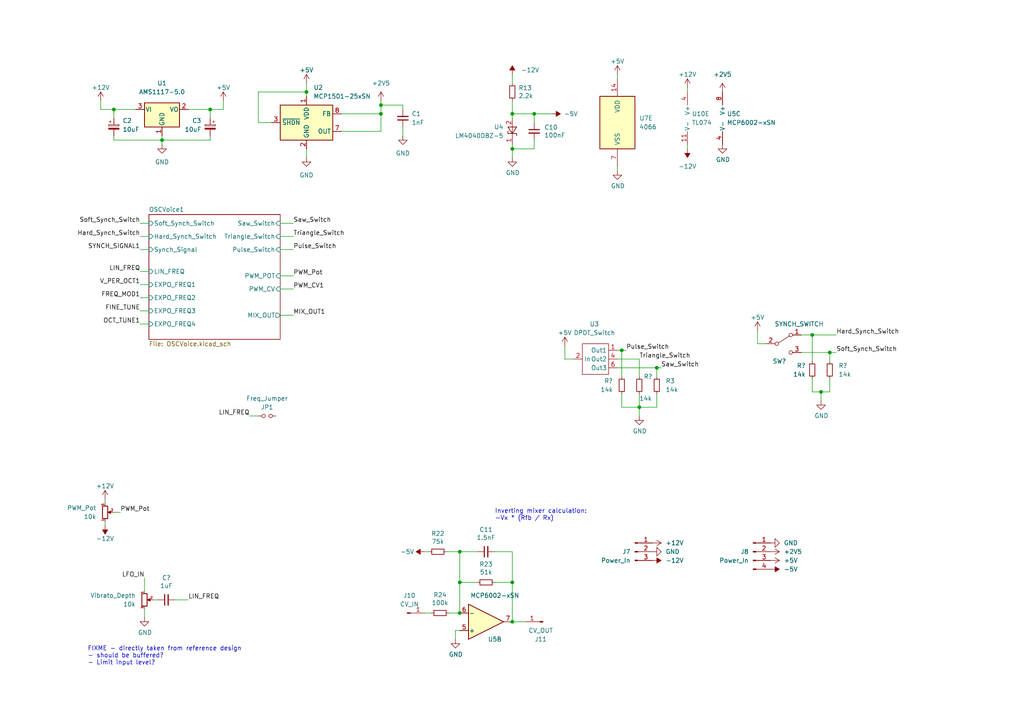
<source format=kicad_sch>
(kicad_sch (version 20211123) (generator eeschema)
  (paper "A4")
  (lib_symbols
    (symbol "4xxx:4066" (pin_names (offset 1.016))
      (property "Reference" "U" (at -7.62 8.89 0))
      (property "Value" "4066" (at -7.62 -8.89 0))
      (symbol "4066_1_0"
        (polyline (pts (xy 0 1.27) (xy 0 2.54)) (stroke (width 0.1524)))
        (polyline (pts (xy -2.54 0) (xy 2.54 2.54) (xy 2.54 -2.54) (xy -2.54 0)) (fill (type background)))
        (polyline (pts (xy -2.54 2.54) (xy 2.54 0) (xy -2.54 -2.54) (xy -2.54 2.54)) (fill (type background)))
        (pin passive line (at -7.62 0 0) (length 5.08) (name "~") (number "1"))
        (pin input line (at 0 7.62 270) (length 5.08) (name "~") (number "13"))
        (pin passive line (at 7.62 0 180) (length 5.08) (name "~") (number "2"))
      )
      (symbol "4066_2_0"
        (polyline (pts (xy 0 1.27) (xy 0 2.54)) (stroke (width 0.1524)))
        (polyline (pts (xy -2.54 0) (xy 2.54 2.54) (xy 2.54 -2.54) (xy -2.54 0)) (fill (type background)))
        (polyline (pts (xy -2.54 2.54) (xy 2.54 0) (xy -2.54 -2.54) (xy -2.54 2.54)) (fill (type background)))
        (pin passive line (at 7.62 0 180) (length 5.08) (name "~") (number "3"))
        (pin passive line (at -7.62 0 0) (length 5.08) (name "~") (number "4"))
        (pin input line (at 0 7.62 270) (length 5.08) (name "~") (number "5"))
      )
      (symbol "4066_3_0"
        (polyline (pts (xy 0 1.27) (xy 0 2.54)) (stroke (width 0.1524)))
        (polyline (pts (xy -2.54 0) (xy 2.54 2.54) (xy 2.54 -2.54) (xy -2.54 0)) (fill (type background)))
        (polyline (pts (xy -2.54 2.54) (xy 2.54 0) (xy -2.54 -2.54) (xy -2.54 2.54)) (fill (type background)))
        (pin input line (at 0 7.62 270) (length 5.08) (name "~") (number "6"))
        (pin passive line (at -7.62 0 0) (length 5.08) (name "~") (number "8"))
        (pin passive line (at 7.62 0 180) (length 5.08) (name "~") (number "9"))
      )
      (symbol "4066_4_0"
        (polyline (pts (xy 0 1.27) (xy 0 2.54)) (stroke (width 0.1524)))
        (polyline (pts (xy -2.54 0) (xy 2.54 2.54) (xy 2.54 -2.54) (xy -2.54 0)) (fill (type background)))
        (polyline (pts (xy -2.54 2.54) (xy 2.54 0) (xy -2.54 -2.54) (xy -2.54 2.54)) (fill (type background)))
        (pin passive line (at 7.62 0 180) (length 5.08) (name "~") (number "10"))
        (pin passive line (at -7.62 0 0) (length 5.08) (name "~") (number "11"))
        (pin input line (at 0 7.62 270) (length 5.08) (name "~") (number "12"))
      )
      (symbol "4066_5_0"
        (pin power_in line (at 0 12.7 270) (length 5.08) (name "VDD") (number "14"))
        (pin power_in line (at 0 -12.7 90) (length 5.08) (name "VSS") (number "7"))
      )
      (symbol "4066_5_1"
        (rectangle (start -5.08 7.62) (end 5.08 -7.62) (stroke (width 0.254)) (fill (type background)))
      )
    )
    (symbol "Amplifier_Operational:MCP6002-xSN" (pin_names (offset 0.127))
      (property "Reference" "U" (at 0 5.08 0))
      (property "Value" "MCP6002-xSN" (at 0 -5.08 0))
      (symbol "MCP6002-xSN_1_1"
        (polyline (pts (xy -5.08 5.08) (xy 5.08 0) (xy -5.08 -5.08) (xy -5.08 5.08)) (stroke (width 0.254)) (fill (type background)))
        (pin output line (at 7.62 0 180) (length 2.54) (name "~") (number "1"))
        (pin input line (at -7.62 -2.54 0) (length 2.54) (name "-") (number "2"))
        (pin input line (at -7.62 2.54 0) (length 2.54) (name "+") (number "3"))
      )
      (symbol "MCP6002-xSN_2_1"
        (polyline (pts (xy -5.08 5.08) (xy 5.08 0) (xy -5.08 -5.08) (xy -5.08 5.08)) (stroke (width 0.254)) (fill (type background)))
        (pin input line (at -7.62 2.54 0) (length 2.54) (name "+") (number "5"))
        (pin input line (at -7.62 -2.54 0) (length 2.54) (name "-") (number "6"))
        (pin output line (at 7.62 0 180) (length 2.54) (name "~") (number "7"))
      )
      (symbol "MCP6002-xSN_3_1"
        (pin power_in line (at -2.54 -7.62 90) (length 3.81) (name "V-") (number "4"))
        (pin power_in line (at -2.54 7.62 270) (length 3.81) (name "V+") (number "8"))
      )
    )
    (symbol "Amplifier_Operational:TL074" (pin_names (offset 0.127))
      (property "Reference" "U" (at 0 5.08 0))
      (property "Value" "TL074" (at 0 -5.08 0))
      (symbol "TL074_1_1"
        (polyline (pts (xy -5.08 5.08) (xy 5.08 0) (xy -5.08 -5.08) (xy -5.08 5.08)) (stroke (width 0.254)) (fill (type background)))
        (pin output line (at 7.62 0 180) (length 2.54) (name "~") (number "1"))
        (pin input line (at -7.62 -2.54 0) (length 2.54) (name "-") (number "2"))
        (pin input line (at -7.62 2.54 0) (length 2.54) (name "+") (number "3"))
      )
      (symbol "TL074_2_1"
        (polyline (pts (xy -5.08 5.08) (xy 5.08 0) (xy -5.08 -5.08) (xy -5.08 5.08)) (stroke (width 0.254)) (fill (type background)))
        (pin input line (at -7.62 2.54 0) (length 2.54) (name "+") (number "5"))
        (pin input line (at -7.62 -2.54 0) (length 2.54) (name "-") (number "6"))
        (pin output line (at 7.62 0 180) (length 2.54) (name "~") (number "7"))
      )
      (symbol "TL074_3_1"
        (polyline (pts (xy -5.08 5.08) (xy 5.08 0) (xy -5.08 -5.08) (xy -5.08 5.08)) (stroke (width 0.254)) (fill (type background)))
        (pin input line (at -7.62 2.54 0) (length 2.54) (name "+") (number "10"))
        (pin output line (at 7.62 0 180) (length 2.54) (name "~") (number "8"))
        (pin input line (at -7.62 -2.54 0) (length 2.54) (name "-") (number "9"))
      )
      (symbol "TL074_4_1"
        (polyline (pts (xy -5.08 5.08) (xy 5.08 0) (xy -5.08 -5.08) (xy -5.08 5.08)) (stroke (width 0.254)) (fill (type background)))
        (pin input line (at -7.62 2.54 0) (length 2.54) (name "+") (number "12"))
        (pin input line (at -7.62 -2.54 0) (length 2.54) (name "-") (number "13"))
        (pin output line (at 7.62 0 180) (length 2.54) (name "~") (number "14"))
      )
      (symbol "TL074_5_1"
        (pin power_in line (at -2.54 -7.62 90) (length 3.81) (name "V-") (number "11"))
        (pin power_in line (at -2.54 7.62 270) (length 3.81) (name "V+") (number "4"))
      )
    )
    (symbol "Connector:Conn_01x01_Male" (pin_names (offset 1.016) hide)
      (property "Reference" "J" (at 0 2.54 0))
      (property "Value" "Conn_01x01_Male" (at 0 -2.54 0))
      (symbol "Conn_01x01_Male_1_1"
        (polyline (pts (xy 1.27 0) (xy 0.8636 0)) (stroke (width 0.1524)))
        (rectangle (start 0.8636 0.127) (end 0 -0.127) (stroke (width 0.1524)) (fill (type outline)))
        (pin passive line (at 5.08 0 180) (length 3.81) (name "Pin_1") (number "1"))
      )
    )
    (symbol "Connector:Conn_01x03_Male" (pin_names (offset 1.016) hide)
      (property "Reference" "J" (at 0 5.08 0))
      (property "Value" "Conn_01x03_Male" (at 0 -5.08 0))
      (symbol "Conn_01x03_Male_1_1"
        (polyline (pts (xy 1.27 -2.54) (xy 0.8636 -2.54)) (stroke (width 0.1524)))
        (polyline (pts (xy 1.27 0) (xy 0.8636 0)) (stroke (width 0.1524)))
        (polyline (pts (xy 1.27 2.54) (xy 0.8636 2.54)) (stroke (width 0.1524)))
        (rectangle (start 0.8636 -2.413) (end 0 -2.667) (stroke (width 0.1524)) (fill (type outline)))
        (rectangle (start 0.8636 0.127) (end 0 -0.127) (stroke (width 0.1524)) (fill (type outline)))
        (rectangle (start 0.8636 2.667) (end 0 2.413) (stroke (width 0.1524)) (fill (type outline)))
        (pin passive line (at 5.08 2.54 180) (length 3.81) (name "Pin_1") (number "1"))
        (pin passive line (at 5.08 0 180) (length 3.81) (name "Pin_2") (number "2"))
        (pin passive line (at 5.08 -2.54 180) (length 3.81) (name "Pin_3") (number "3"))
      )
    )
    (symbol "Connector:Conn_01x04_Male" (pin_names (offset 1.016) hide)
      (property "Reference" "J" (at 0 5.08 0))
      (property "Value" "Conn_01x04_Male" (at 0 -7.62 0))
      (symbol "Conn_01x04_Male_1_1"
        (polyline (pts (xy 1.27 -5.08) (xy 0.8636 -5.08)) (stroke (width 0.1524)))
        (polyline (pts (xy 1.27 -2.54) (xy 0.8636 -2.54)) (stroke (width 0.1524)))
        (polyline (pts (xy 1.27 0) (xy 0.8636 0)) (stroke (width 0.1524)))
        (polyline (pts (xy 1.27 2.54) (xy 0.8636 2.54)) (stroke (width 0.1524)))
        (rectangle (start 0.8636 -4.953) (end 0 -5.207) (stroke (width 0.1524)) (fill (type outline)))
        (rectangle (start 0.8636 -2.413) (end 0 -2.667) (stroke (width 0.1524)) (fill (type outline)))
        (rectangle (start 0.8636 0.127) (end 0 -0.127) (stroke (width 0.1524)) (fill (type outline)))
        (rectangle (start 0.8636 2.667) (end 0 2.413) (stroke (width 0.1524)) (fill (type outline)))
        (pin passive line (at 5.08 2.54 180) (length 3.81) (name "Pin_1") (number "1"))
        (pin passive line (at 5.08 0 180) (length 3.81) (name "Pin_2") (number "2"))
        (pin passive line (at 5.08 -2.54 180) (length 3.81) (name "Pin_3") (number "3"))
        (pin passive line (at 5.08 -5.08 180) (length 3.81) (name "Pin_4") (number "4"))
      )
    )
    (symbol "Custom_Audio:DPDT_Switch"
      (property "Reference" "U" (at 0 5.08 0))
      (property "Value" "DPDT_Switch" (at 0 -6.985 0))
      (symbol "DPDT_Switch_0_1"
        (rectangle (start -3.81 3.175) (end 3.81 -5.715))
      )
      (symbol "DPDT_Switch_1_1"
        (pin bidirectional line (at 6.35 1.27 180) (length 2.54) (name "Out1") (number "1"))
        (pin bidirectional line (at -6.35 -1.27 0) (length 2.54) (name "In") (number "2"))
        (pin bidirectional line (at -6.985 -4.445 0) (length 2.54) hide (name "Pin3") (number "3"))
        (pin bidirectional line (at 6.35 -1.27 180) (length 2.54) (name "Out2") (number "4"))
        (pin bidirectional line (at -6.985 -4.445 0) (length 2.54) hide (name "Pin5") (number "5"))
        (pin bidirectional line (at 6.35 -3.81 180) (length 2.54) (name "Out3") (number "6"))
      )
    )
    (symbol "Device:C_Polarized_Small" (pin_numbers hide) (pin_names (offset 0.254) hide)
      (property "Reference" "C" (at 0.254 1.778 0))
      (property "Value" "C_Polarized_Small" (at 0.254 -2.032 0))
      (symbol "C_Polarized_Small_0_1"
        (rectangle (start -1.524 -0.3048) (end 1.524 -0.6858) (fill (type outline)))
        (rectangle (start -1.524 0.6858) (end 1.524 0.3048))
        (polyline (pts (xy -1.27 1.524) (xy -0.762 1.524)))
        (polyline (pts (xy -1.016 1.27) (xy -1.016 1.778)))
      )
      (symbol "C_Polarized_Small_1_1"
        (pin passive line (at 0 2.54 270) (length 1.8542) (name "~") (number "1"))
        (pin passive line (at 0 -2.54 90) (length 1.8542) (name "~") (number "2"))
      )
    )
    (symbol "Device:C_Small" (pin_numbers hide) (pin_names (offset 0.254) hide)
      (property "Reference" "C" (at 0.254 1.778 0))
      (property "Value" "C_Small" (at 0.254 -2.032 0))
      (symbol "C_Small_0_1"
        (polyline (pts (xy -1.524 -0.508) (xy 1.524 -0.508)) (stroke (width 0.3302)))
        (polyline (pts (xy -1.524 0.508) (xy 1.524 0.508)) (stroke (width 0.3048)))
      )
      (symbol "C_Small_1_1"
        (pin passive line (at 0 2.54 270) (length 2.032) (name "~") (number "1"))
        (pin passive line (at 0 -2.54 90) (length 2.032) (name "~") (number "2"))
      )
    )
    (symbol "Device:R_Potentiometer_Small" (pin_names (offset 1.016) hide)
      (property "Reference" "RV" (at -4.445 0 90))
      (property "Value" "R_Potentiometer_Small" (at -2.54 0 90))
      (symbol "R_Potentiometer_Small_0_1"
        (polyline (pts (xy 0.889 0) (xy 0.635 0) (xy 1.651 0.381) (xy 1.651 -0.381) (xy 0.635 0) (xy 0.889 0)) (fill (type outline)))
        (rectangle (start 0.762 1.8034) (end -0.762 -1.8034) (stroke (width 0.254)))
      )
      (symbol "R_Potentiometer_Small_1_1"
        (pin passive line (at 0 2.54 270) (length 0.635) (name "1") (number "1"))
        (pin passive line (at 2.54 0 180) (length 0.9906) (name "2") (number "2"))
        (pin passive line (at 0 -2.54 90) (length 0.635) (name "3") (number "3"))
      )
    )
    (symbol "Device:R_Small" (pin_numbers hide) (pin_names (offset 0.254) hide)
      (property "Reference" "R" (at 0.762 0.508 0))
      (property "Value" "R_Small" (at 0.762 -1.016 0))
      (symbol "R_Small_0_1"
        (rectangle (start -0.762 1.778) (end 0.762 -1.778) (stroke (width 0.2032)))
      )
      (symbol "R_Small_1_1"
        (pin passive line (at 0 2.54 270) (length 0.762) (name "~") (number "1"))
        (pin passive line (at 0 -2.54 90) (length 0.762) (name "~") (number "2"))
      )
    )
    (symbol "Encoder:Jumper_NO_Small" (pin_numbers hide) (pin_names (offset 0.762) hide)
      (property "Reference" "JP" (at 0 2.032 0))
      (property "Value" "Jumper_NO_Small" (at 0.254 -1.524 0))
      (symbol "Jumper_NO_Small_0_1"
        (circle (center -1.016 0) (radius 0.508))
        (circle (center 1.016 0) (radius 0.508))
        (pin passive line (at -2.54 0 0) (length 1.016) (name "1") (number "1"))
        (pin passive line (at 2.54 0 180) (length 1.016) (name "2") (number "2"))
      )
    )
    (symbol "Reference_Voltage:LM4040DBZ-2.5" (pin_names (offset 0.0254) hide)
      (property "Reference" "U" (at 0 2.54 0))
      (property "Value" "LM4040DBZ-2.5" (at 0 -3.175 0))
      (symbol "LM4040DBZ-2.5_0_1"
        (polyline (pts (xy -1.27 0) (xy 0 0) (xy 1.27 0)))
        (polyline (pts (xy -1.27 -1.27) (xy 0.635 0) (xy -1.27 1.27) (xy -1.27 -1.27)) (stroke (width 0.2032)))
        (polyline (pts (xy 0 -1.27) (xy 0.635 -1.27) (xy 0.635 1.27) (xy 1.27 1.27)) (stroke (width 0.2032)))
      )
      (symbol "LM4040DBZ-2.5_1_1"
        (pin passive line (at 3.81 0 180) (length 2.54) (name "K") (number "1"))
        (pin passive line (at -3.81 0 0) (length 2.54) (name "A") (number "2"))
      )
    )
    (symbol "Reference_Voltage:LM4040DBZ-5" (pin_names (offset 0.0254) hide)
      (property "Reference" "U" (at 0 2.54 0))
      (property "Value" "LM4040DBZ-5" (at 0 -3.175 0))
      (symbol "LM4040DBZ-5_0_1"
        (polyline (pts (xy -1.27 0) (xy 0 0) (xy 1.27 0)))
        (polyline (pts (xy -1.27 -1.27) (xy 0.635 0) (xy -1.27 1.27) (xy -1.27 -1.27)) (stroke (width 0.2032)))
        (polyline (pts (xy 0 -1.27) (xy 0.635 -1.27) (xy 0.635 1.27) (xy 1.27 1.27)) (stroke (width 0.2032)))
      )
      (symbol "LM4040DBZ-5_1_1"
        (pin passive line (at 3.81 0 180) (length 2.54) (name "K") (number "1"))
        (pin passive line (at -3.81 0 0) (length 2.54) (name "A") (number "2"))
      )
    )
    (symbol "Reference_Voltage:MCP1501-25xSN"
      (property "Reference" "U" (at -5.08 6.35 0))
      (property "Value" "MCP1501-25xSN" (at 11.43 6.35 0))
      (symbol "MCP1501-25xSN_0_0"
        (pin power_in line (at 0 7.62 270) (length 2.54) (name "VDD") (number "1"))
        (pin power_in line (at 0 -7.62 90) (length 2.54) (name "GND") (number "2"))
        (pin input line (at -10.16 0 0) (length 2.54) (name "~{SHDN}") (number "3"))
        (pin passive line (at 0 -7.62 90) (length 2.54) hide (name "GND") (number "4"))
        (pin passive line (at 0 -7.62 90) (length 2.54) hide (name "GND") (number "5"))
        (pin passive line (at 0 -7.62 90) (length 2.54) hide (name "GND") (number "6"))
        (pin power_out line (at 10.16 -2.54 180) (length 2.54) (name "OUT") (number "7"))
        (pin input line (at 10.16 2.54 180) (length 2.54) (name "FB") (number "8"))
      )
      (symbol "MCP1501-25xSN_0_1"
        (rectangle (start -7.62 5.08) (end 7.62 -5.08) (stroke (width 0.254)) (fill (type background)))
      )
    )
    (symbol "Regulator_Linear:AMS1117-5.0" (pin_names (offset 0.254))
      (property "Reference" "U" (at -3.81 3.175 0))
      (property "Value" "AMS1117-5.0" (at 0 3.175 0))
      (symbol "AMS1117-5.0_0_1"
        (rectangle (start -5.08 -5.08) (end 5.08 1.905) (stroke (width 0.254)) (fill (type background)))
      )
      (symbol "AMS1117-5.0_1_1"
        (pin power_in line (at 0 -7.62 90) (length 2.54) (name "GND") (number "1"))
        (pin power_out line (at 7.62 0 180) (length 2.54) (name "VO") (number "2"))
        (pin power_in line (at -7.62 0 0) (length 2.54) (name "VI") (number "3"))
      )
    )
    (symbol "Switch:SW_SPDT" (pin_names (offset 0) hide)
      (property "Reference" "SW" (at 0 4.318 0))
      (property "Value" "SW_SPDT" (at 0 -5.08 0))
      (symbol "SW_SPDT_0_0"
        (circle (center -2.032 0) (radius 0.508))
        (circle (center 2.032 -2.54) (radius 0.508))
      )
      (symbol "SW_SPDT_0_1"
        (polyline (pts (xy -1.524 0.254) (xy 1.651 2.286)))
        (circle (center 2.032 2.54) (radius 0.508))
      )
      (symbol "SW_SPDT_1_1"
        (pin passive line (at 5.08 2.54 180) (length 2.54) (name "A") (number "1"))
        (pin passive line (at -5.08 0 0) (length 2.54) (name "B") (number "2"))
        (pin passive line (at 5.08 -2.54 180) (length 2.54) (name "C") (number "3"))
      )
    )
    (symbol "power:+12V" (power) (pin_names (offset 0))
      (property "Value" "+12V" (at 0 3.556 0))
      (symbol "+12V_0_1"
        (polyline (pts (xy -0.762 1.27) (xy 0 2.54)))
        (polyline (pts (xy 0 0) (xy 0 2.54)))
        (polyline (pts (xy 0 2.54) (xy 0.762 1.27)))
      )
      (symbol "+12V_1_1"
        (pin power_in line (at 0 0 90) (length 0) hide (name "+12V") (number "1"))
      )
    )
    (symbol "power:+2V5" (power) (pin_names (offset 0))
      (property "Value" "+2V5" (at 0 3.556 0))
      (symbol "+2V5_0_1"
        (polyline (pts (xy -0.762 1.27) (xy 0 2.54)))
        (polyline (pts (xy 0 0) (xy 0 2.54)))
        (polyline (pts (xy 0 2.54) (xy 0.762 1.27)))
      )
      (symbol "+2V5_1_1"
        (pin power_in line (at 0 0 90) (length 0) hide (name "+2V5") (number "1"))
      )
    )
    (symbol "power:+5V" (power) (pin_names (offset 0))
      (property "Value" "+5V" (at 0 3.556 0))
      (symbol "+5V_0_1"
        (polyline (pts (xy -0.762 1.27) (xy 0 2.54)))
        (polyline (pts (xy 0 0) (xy 0 2.54)))
        (polyline (pts (xy 0 2.54) (xy 0.762 1.27)))
      )
      (symbol "+5V_1_1"
        (pin power_in line (at 0 0 90) (length 0) hide (name "+5V") (number "1"))
      )
    )
    (symbol "power:-12V" (power) (pin_names (offset 0))
      (property "Value" "-12V" (at 0 3.81 0))
      (symbol "-12V_0_0"
        (pin power_in line (at 0 0 90) (length 0) hide (name "-12V") (number "1"))
      )
      (symbol "-12V_0_1"
        (polyline (pts (xy 0 0) (xy 0 1.27) (xy 0.762 1.27) (xy 0 2.54) (xy -0.762 1.27) (xy 0 1.27)) (fill (type outline)))
      )
    )
    (symbol "power:-5V" (power) (pin_names (offset 0))
      (property "Value" "-5V" (at 0 3.81 0))
      (symbol "-5V_0_0"
        (pin power_in line (at 0 0 90) (length 0) hide (name "-5V") (number "1"))
      )
      (symbol "-5V_0_1"
        (polyline (pts (xy 0 0) (xy 0 1.27) (xy 0.762 1.27) (xy 0 2.54) (xy -0.762 1.27) (xy 0 1.27)) (fill (type outline)))
      )
    )
    (symbol "power:GND" (power) (pin_names (offset 0))
      (property "Value" "GND" (at 0 -3.81 0))
      (symbol "GND_0_1"
        (polyline (pts (xy 0 0) (xy 0 -1.27) (xy 1.27 -1.27) (xy 0 -2.54) (xy -1.27 -1.27) (xy 0 -1.27)))
      )
      (symbol "GND_1_1"
        (pin power_in line (at 0 0 270) (length 0) hide (name "GND") (number "1"))
      )
    )
  )
  (junction (at 185.42 118.11))
  (junction (at 88.9 26.67))
  (junction (at 190.5 106.68))
  (junction (at 180.34 101.6))
  (junction (at 238.125 113.665))
  (junction (at 133.35 160.02))
  (junction (at 240.665 102.235))
  (junction (at 133.35 177.8))
  (junction (at 33.02 31.75))
  (junction (at 149.86 -27.94))
  (junction (at 60.96 31.75))
  (junction (at 154.94 33.02))
  (junction (at 148.59 180.34))
  (junction (at 110.49 30.48))
  (junction (at 148.59 168.91))
  (junction (at 46.99 40.64))
  (junction (at 235.585 97.155))
  (junction (at 133.35 168.91))
  (junction (at 148.59 33.02))
  (junction (at 148.59 43.18))
  (junction (at 110.49 33.02))
  (wire (pts (xy 162.56 -27.94) (xy 149.86 -27.94)))
  (wire (pts (xy 219.71 95.885) (xy 219.71 99.695)))
  (wire (pts (xy 81.28 80.01) (xy 85.09 80.01)))
  (wire (pts (xy 110.49 38.1) (xy 110.49 33.02)))
  (wire (pts (xy 149.86 -30.48) (xy 149.86 -27.94)))
  (wire (pts (xy 148.59 160.02) (xy 148.59 168.91)))
  (wire (pts (xy 133.35 168.91) (xy 138.43 168.91)))
  (wire (pts (xy 40.64 86.36) (xy 43.18 86.36)))
  (wire (pts (xy 185.42 104.14) (xy 185.42 109.22)))
  (wire (pts (xy 74.93 26.67) (xy 88.9 26.67)))
  (wire (pts (xy 81.28 72.39) (xy 85.09 72.39)))
  (wire (pts (xy 99.06 33.02) (xy 110.49 33.02)))
  (wire (pts (xy 199.39 25.4) (xy 199.39 26.67)))
  (wire (pts (xy 81.28 83.82) (xy 85.09 83.82)))
  (wire (pts (xy 185.42 114.3) (xy 185.42 118.11)))
  (wire (pts (xy 30.48 144.78) (xy 30.48 146.05)))
  (wire (pts (xy 163.83 104.14) (xy 166.37 104.14)))
  (wire (pts (xy 60.96 31.75) (xy 64.77 31.75)))
  (wire (pts (xy 60.96 31.75) (xy 60.96 34.29)))
  (wire (pts (xy 99.06 38.1) (xy 110.49 38.1)))
  (wire (pts (xy 235.585 113.665) (xy 238.125 113.665)))
  (wire (pts (xy 33.02 39.37) (xy 33.02 40.64)))
  (wire (pts (xy 154.94 33.02) (xy 154.94 35.56)))
  (wire (pts (xy 81.28 68.58) (xy 85.09 68.58)))
  (wire (pts (xy 185.42 118.11) (xy 190.5 118.11)))
  (wire (pts (xy 133.35 160.02) (xy 133.35 168.91)))
  (wire (pts (xy 148.59 33.02) (xy 148.59 34.29)))
  (wire (pts (xy 238.125 113.665) (xy 240.665 113.665)))
  (wire (pts (xy 190.5 106.68) (xy 190.5 109.22)))
  (wire (pts (xy 40.64 82.55) (xy 43.18 82.55)))
  (wire (pts (xy 162.56 -29.21) (xy 162.56 -27.94)))
  (wire (pts (xy 133.35 160.02) (xy 138.43 160.02)))
  (wire (pts (xy 160.02 33.02) (xy 154.94 33.02)))
  (wire (pts (xy 33.02 31.75) (xy 33.02 34.29)))
  (wire (pts (xy 116.84 30.48) (xy 116.84 31.75)))
  (wire (pts (xy 133.35 168.91) (xy 133.35 177.8)))
  (wire (pts (xy 179.07 104.14) (xy 185.42 104.14)))
  (wire (pts (xy 179.07 101.6) (xy 180.34 101.6)))
  (wire (pts (xy 29.21 29.21) (xy 29.21 31.75)))
  (wire (pts (xy 154.94 33.02) (xy 148.59 33.02)))
  (wire (pts (xy 235.585 97.155) (xy 242.57 97.155)))
  (wire (pts (xy 238.125 113.665) (xy 238.125 116.205)))
  (wire (pts (xy 50.8 173.99) (xy 54.61 173.99)))
  (wire (pts (xy 199.39 41.91) (xy 199.39 43.18)))
  (wire (pts (xy 190.5 114.3) (xy 190.5 118.11)))
  (wire (pts (xy 110.49 30.48) (xy 116.84 30.48)))
  (wire (pts (xy 81.28 91.44) (xy 85.09 91.44)))
  (wire (pts (xy 123.19 160.02) (xy 124.46 160.02)))
  (wire (pts (xy 29.21 31.75) (xy 33.02 31.75)))
  (wire (pts (xy 235.585 109.855) (xy 235.585 113.665)))
  (wire (pts (xy 110.49 30.48) (xy 110.49 29.21)))
  (wire (pts (xy 180.34 118.11) (xy 185.42 118.11)))
  (wire (pts (xy 110.49 33.02) (xy 110.49 30.48)))
  (wire (pts (xy 41.91 176.53) (xy 41.91 179.07)))
  (wire (pts (xy 88.9 26.67) (xy 88.9 27.94)))
  (wire (pts (xy 81.28 64.77) (xy 85.09 64.77)))
  (wire (pts (xy 40.64 93.98) (xy 43.18 93.98)))
  (wire (pts (xy 78.74 35.56) (xy 74.93 35.56)))
  (wire (pts (xy 190.5 106.68) (xy 191.77 106.68)))
  (wire (pts (xy 123.19 177.8) (xy 125.095 177.8)))
  (wire (pts (xy 163.83 100.33) (xy 163.83 104.14)))
  (wire (pts (xy 60.96 40.64) (xy 46.99 40.64)))
  (wire (pts (xy 132.08 182.88) (xy 133.35 182.88)))
  (wire (pts (xy 88.9 24.13) (xy 88.9 26.67)))
  (wire (pts (xy 33.02 148.59) (xy 34.925 148.59)))
  (wire (pts (xy 30.48 151.13) (xy 30.48 152.4)))
  (wire (pts (xy 40.64 72.39) (xy 43.18 72.39)))
  (wire (pts (xy 240.665 102.235) (xy 240.665 104.775)))
  (wire (pts (xy 148.59 180.34) (xy 152.4 180.34)))
  (wire (pts (xy 232.41 102.235) (xy 240.665 102.235)))
  (wire (pts (xy 148.59 29.21) (xy 148.59 33.02)))
  (wire (pts (xy 180.34 114.3) (xy 180.34 118.11)))
  (wire (pts (xy 44.45 173.99) (xy 45.72 173.99)))
  (wire (pts (xy 143.51 168.91) (xy 148.59 168.91)))
  (wire (pts (xy 60.96 39.37) (xy 60.96 40.64)))
  (wire (pts (xy 148.59 41.91) (xy 148.59 43.18)))
  (wire (pts (xy 130.175 177.8) (xy 133.35 177.8)))
  (wire (pts (xy 74.93 35.56) (xy 74.93 26.67)))
  (wire (pts (xy 148.59 43.18) (xy 154.94 43.18)))
  (wire (pts (xy 40.64 64.77) (xy 43.18 64.77)))
  (wire (pts (xy 33.02 40.64) (xy 46.99 40.64)))
  (wire (pts (xy 240.665 102.235) (xy 242.57 102.235)))
  (wire (pts (xy 185.42 118.11) (xy 185.42 120.65)))
  (wire (pts (xy 40.64 68.58) (xy 43.18 68.58)))
  (wire (pts (xy 64.77 31.75) (xy 64.77 29.21)))
  (wire (pts (xy 240.665 109.855) (xy 240.665 113.665)))
  (wire (pts (xy 235.585 97.155) (xy 235.585 104.775)))
  (wire (pts (xy 40.64 90.17) (xy 43.18 90.17)))
  (wire (pts (xy 148.59 43.18) (xy 148.59 45.72)))
  (wire (pts (xy 41.91 167.64) (xy 41.91 171.45)))
  (wire (pts (xy 154.94 40.64) (xy 154.94 43.18)))
  (wire (pts (xy 179.07 106.68) (xy 190.5 106.68)))
  (wire (pts (xy 129.54 160.02) (xy 133.35 160.02)))
  (wire (pts (xy 180.34 101.6) (xy 181.61 101.6)))
  (wire (pts (xy 74.93 120.65) (xy 72.39 120.65)))
  (wire (pts (xy 33.02 31.75) (xy 39.37 31.75)))
  (wire (pts (xy 149.86 -38.1) (xy 149.86 -35.56)))
  (wire (pts (xy 179.07 21.59) (xy 179.07 22.86)))
  (wire (pts (xy 149.86 -27.94) (xy 149.86 -26.67)))
  (wire (pts (xy 88.9 43.18) (xy 88.9 45.72)))
  (wire (pts (xy 232.41 97.155) (xy 235.585 97.155)))
  (wire (pts (xy 46.99 40.64) (xy 46.99 41.91)))
  (wire (pts (xy 54.61 31.75) (xy 60.96 31.75)))
  (wire (pts (xy 179.07 48.26) (xy 179.07 49.53)))
  (wire (pts (xy 180.34 101.6) (xy 180.34 109.22)))
  (wire (pts (xy 116.84 36.83) (xy 116.84 39.37)))
  (wire (pts (xy 143.51 160.02) (xy 148.59 160.02)))
  (wire (pts (xy 148.59 21.59) (xy 148.59 24.13)))
  (wire (pts (xy 40.64 78.74) (xy 43.18 78.74)))
  (wire (pts (xy 149.86 -19.05) (xy 149.86 -16.51)))
  (wire (pts (xy 46.99 39.37) (xy 46.99 40.64)))
  (wire (pts (xy 219.71 99.695) (xy 222.25 99.695)))
  (wire (pts (xy 132.08 182.88) (xy 132.08 185.42)))
  (wire (pts (xy 148.59 168.91) (xy 148.59 180.34)))
  (text "FIXME - directly taken from reference design\n- should be buffered?\n- Limit input level?\n" (at 25.4 193.04 0) (effects (font (size 1.27 1.27)) (justify left bottom)))
  (text "Inverting mixer calculation:\n-Vx * (Rfb / Rx)" (at 143.51 151.13 0) (effects (font (size 1.27 1.27)) (justify left bottom)))
  (label "PWM_CV1" (at 85.09 83.82 0))
  (label "MIX_OUT1" (at 85.09 91.44 0))
  (label "Saw_Switch" (at 191.77 106.68 0))
  (label "LIN_FREQ" (at 54.61 173.99 0))
  (label "Hard_Synch_Switch" (at 242.57 97.155 0))
  (label "V_PER_OCT1" (at 40.64 82.55 180))
  (label "PWM_Pot" (at 85.09 80.01 0))
  (label "SYNCH_SIGNAL1" (at 40.64 72.39 180))
  (label "LFO_IN" (at 41.91 167.64 180))
  (label "FINE_TUNE" (at 40.64 90.17 180))
  (label "LIN_FREQ" (at 40.64 78.74 180))
  (label "Soft_Synch_Switch" (at 242.57 102.235 0))
  (label "Hard_Synch_Switch" (at 40.64 68.58 180))
  (label "Pulse_Switch" (at 181.61 101.6 0))
  (label "OCT_TUNE1" (at 40.64 93.98 180))
  (label "FREQ_MOD1" (at 40.64 86.36 180))
  (label "Soft_Synch_Switch" (at 40.64 64.77 180))
  (label "Saw_Switch" (at 85.09 64.77 0))
  (label "Triangle_Switch" (at 85.09 68.58 0))
  (label "Triangle_Switch" (at 185.42 104.14 0))
  (label "LIN_FREQ" (at 72.39 120.65 180))
  (label "Pulse_Switch" (at 85.09 72.39 0))
  (label "PWM_Pot" (at 34.925 148.59 0))
  (symbol (lib_id "power:+5V") (at 64.77 29.21 0) (unit 1)
    (property "Reference" "#PWR03" (effects hide))
    (property "Value" "+5V" (at 64.77 25.4 0))
  )
  (symbol (lib_id "power:GND") (at 209.55 41.91 0) (unit 1)
    (property "Reference" "#PWR028" (effects hide))
    (property "Value" "GND" (at 209.677 46.3042 0))
  )
  (symbol (lib_id "power:GND") (at 223.52 157.48 90) (unit 1)
    (property "Reference" "#PWR018" (effects hide))
    (property "Value" "GND" (at 227.33 157.4799 90) (effects (justify right)))
  )
  (symbol (lib_id "Device:R_Potentiometer_Small") (at 41.91 173.99 0) (unit 1)
    (property "Reference" "Vibrato_Depth" (at 39.37 172.7199 0) (effects (justify right)))
    (property "Value" "10k" (at 39.37 175.2599 0) (effects (justify right)))
    (property "Footprint" "Custom_Footprints:Alpha_9mm_Potentiometer_Aligned" (effects hide))
  )
  (symbol (lib_id "power:-12V") (at 148.59 21.59 0) (unit 1)
    (property "Reference" "#PWR010" (effects hide))
    (property "Value" "-12V" (at 151.13 20.3199 0) (effects (justify left)))
  )
  (symbol (lib_id "power:+12V") (at 30.48 144.78 0) (mirror y) (unit 1)
    (property "Reference" "#PWR024" (effects hide))
    (property "Value" "+12V" (at 30.48 140.97 0))
  )
  (symbol (lib_id "power:+2V5") (at 223.52 160.02 270) (unit 1)
    (property "Reference" "#PWR019" (effects hide))
    (property "Value" "+2V5" (at 227.33 160.0199 90) (effects (justify left)))
  )
  (symbol (lib_id "Device:R_Small") (at 185.42 111.76 180) (unit 1)
    (property "Reference" "R?" (at 186.69 109.22 0) (effects (justify right)))
    (property "Value" "14k" (at 185.42 115.57 0) (effects (justify right)))
    (property "Footprint" "Resistor_SMD:R_0805_2012Metric" (effects hide))
  )
  (symbol (lib_id "power:+12V") (at 29.21 29.21 0) (mirror y) (unit 1)
    (property "Reference" "#PWR02" (effects hide))
    (property "Value" "+12V" (at 29.21 25.4 0))
  )
  (symbol (lib_id "power:GND") (at 116.84 39.37 0) (unit 1)
    (property "Reference" "#PWR05" (effects hide))
    (property "Value" "GND" (at 116.84 44.45 0))
  )
  (symbol (lib_id "power:GND") (at 88.9 45.72 0) (unit 1)
    (property "Reference" "#PWR07" (effects hide))
    (property "Value" "GND" (at 88.9 50.8 0))
  )
  (symbol (lib_id "power:+2V5") (at 162.56 -29.21 0) (unit 1)
    (property "Reference" "#PWR0106" (effects hide))
    (property "Value" "+2V5" (at 162.56 -34.29 0))
  )
  (symbol (lib_id "power:+2V5") (at 209.55 26.67 0) (unit 1)
    (property "Reference" "#PWR027" (effects hide))
    (property "Value" "+2V5" (at 209.55 21.59 0))
  )
  (symbol (lib_id "4xxx:4066") (at 179.07 35.56 0) (unit 5)
    (property "Reference" "U7" (at 185.42 34.2899 0) (effects (justify left)))
    (property "Value" "4066" (at 185.42 36.8299 0) (effects (justify left)))
    (property "Footprint" "Package_SO:TSSOP-14_4.4x5mm_P0.65mm" (effects hide))
    (property "Datasheet" "http://www.ti.com/lit/ds/symlink/cd4066b.pdf" (effects hide))
  )
  (symbol (lib_id "power:GND") (at 238.125 116.205 0) (unit 1)
    (property "Reference" "#PWR?" (effects hide))
    (property "Value" "GND" (at 238.252 120.5992 0))
  )
  (symbol (lib_id "Device:C_Small") (at 48.26 173.99 90) (unit 1)
    (property "Reference" "C?" (at 48.26 167.5892 90))
    (property "Value" "1uF" (at 48.26 169.9006 90))
    (property "Footprint" "Capacitor_SMD:C_0805_2012Metric" (effects hide))
  )
  (symbol (lib_id "Device:R_Small") (at 127 160.02 270) (unit 1)
    (property "Reference" "R22" (at 127 154.7622 90))
    (property "Value" "75k" (at 127 157.0736 90))
    (property "Footprint" "Resistor_SMD:R_0805_2012Metric" (effects hide))
  )
  (symbol (lib_id "power:-12V") (at 199.39 43.18 180) (unit 1)
    (property "Reference" "#PWR032" (effects hide))
    (property "Value" "-12V" (at 199.39 48.26 0))
  )
  (symbol (lib_id "Connector:Conn_01x01_Male") (at 157.48 180.34 180) (unit 1)
    (property "Reference" "J11" (at 156.845 185.42 0))
    (property "Value" "CV_OUT" (at 156.845 182.88 0))
    (property "Footprint" "Connector_PinHeader_2.54mm:PinHeader_1x01_P2.54mm_Vertical" (effects hide))
  )
  (symbol (lib_id "power:+5V") (at 163.83 100.33 0) (unit 1)
    (property "Reference" "#PWR013" (effects hide))
    (property "Value" "+5V" (at 163.83 96.52 0))
  )
  (symbol (lib_id "power:GND") (at 179.07 49.53 0) (unit 1)
    (property "Reference" "#PWR033" (effects hide))
    (property "Value" "GND" (at 179.197 53.9242 0))
  )
  (symbol (lib_id "power:+12V") (at 189.23 157.48 270) (mirror x) (unit 1)
    (property "Reference" "#PWR039" (effects hide))
    (property "Value" "+12V" (at 193.04 157.4799 90) (effects (justify left)))
  )
  (symbol (lib_id "Device:R_Small") (at 140.97 168.91 270) (unit 1)
    (property "Reference" "R23" (at 140.97 163.6522 90))
    (property "Value" "51k" (at 140.97 165.9636 90))
    (property "Footprint" "Resistor_SMD:R_0805_2012Metric" (effects hide))
  )
  (symbol (lib_id "power:-5V") (at 223.52 165.1 270) (unit 1)
    (property "Reference" "#PWR0104" (effects hide))
    (property "Value" "-5V" (at 227.33 165.0999 90) (effects (justify left)))
  )
  (symbol (lib_id "Device:R_Small") (at 149.86 -33.02 0) (unit 1)
    (property "Reference" "R25" (at 151.638 -34.1884 0) (effects (justify left)))
    (property "Value" "160" (at 151.638 -31.877 0) (effects (justify left)))
    (property "Footprint" "Resistor_SMD:R_0805_2012Metric" (effects hide))
  )
  (symbol (lib_id "power:GND") (at 148.59 45.72 0) (unit 1)
    (property "Reference" "#PWR012" (effects hide))
    (property "Value" "GND" (at 148.717 50.1142 0))
  )
  (symbol (lib_id "Amplifier_Operational:MCP6002-xSN") (at 212.09 34.29 0) (unit 3)
    (property "Reference" "U5" (at 210.82 33.0199 0) (effects (justify left)))
    (property "Value" "MCP6002-xSN" (at 210.82 35.5599 0) (effects (justify left)))
    (property "Footprint" "Package_SO:MSOP-8_3x3mm_P0.65mm" (effects hide))
    (property "Datasheet" "http://ww1.microchip.com/downloads/en/DeviceDoc/21733j.pdf" (effects hide))
  )
  (symbol (lib_id "Device:C_Small") (at 116.84 34.29 180) (unit 1)
    (property "Reference" "C1" (at 119.38 33.0135 0) (effects (justify right)))
    (property "Value" "1nF" (at 119.38 35.5535 0) (effects (justify right)))
    (property "Footprint" "Capacitor_SMD:C_0805_2012Metric" (effects hide))
  )
  (symbol (lib_id "Device:C_Small") (at 140.97 160.02 90) (unit 1)
    (property "Reference" "C11" (at 140.97 153.6192 90))
    (property "Value" "1.5nF" (at 140.97 155.9306 90))
    (property "Footprint" "Capacitor_SMD:C_0805_2012Metric" (effects hide))
  )
  (symbol (lib_id "Reference_Voltage:LM4040DBZ-2.5") (at 149.86 -22.86 90) (unit 1)
    (property "Reference" "U8" (at 152.4 -24.1301 90) (effects (justify right)))
    (property "Value" "LM4040DBZ-2.5" (at 152.4 -21.5901 90) (effects (justify right)))
    (property "Footprint" "Package_TO_SOT_SMD:SOT-23" (effects hide))
    (property "Datasheet" "http://www.ti.com/lit/ds/symlink/lm4040-n.pdf" (effects hide))
  )
  (symbol (lib_id "Device:C_Polarized_Small") (at 60.96 36.83 0) (mirror y) (unit 1)
    (property "Reference" "C3" (at 58.42 35.0138 0) (effects (justify left)))
    (property "Value" "10uF" (at 58.42 37.5538 0) (effects (justify left)))
    (property "Footprint" "Capacitor_SMD:CP_Elec_5x5.7" (effects hide))
  )
  (symbol (lib_id "Reference_Voltage:LM4040DBZ-5") (at 148.59 38.1 270) (unit 1)
    (property "Reference" "U4" (at 146.05 36.8299 90) (effects (justify right)))
    (property "Value" "LM4040DBZ-5" (at 146.05 39.3699 90) (effects (justify right)))
    (property "Footprint" "Package_TO_SOT_SMD:SOT-23" (effects hide))
    (property "Datasheet" "http://www.ti.com/lit/ds/symlink/lm4040-n.pdf" (effects hide))
  )
  (symbol (lib_id "power:-5V") (at 160.02 33.02 270) (unit 1)
    (property "Reference" "#PWR0102" (effects hide))
    (property "Value" "-5V" (at 167.64 33.02 90) (effects (justify right)))
  )
  (symbol (lib_id "Device:C_Small") (at 154.94 38.1 0) (unit 1)
    (property "Reference" "C10" (at 157.861 36.9316 0) (effects (justify left)))
    (property "Value" "100nF" (at 157.861 39.243 0) (effects (justify left)))
    (property "Footprint" "Capacitor_SMD:C_0805_2012Metric" (effects hide))
  )
  (symbol (lib_id "power:-12V") (at 30.48 152.4 180) (unit 1)
    (property "Reference" "#PWR026" (effects hide))
    (property "Value" "-12V" (at 30.48 156.21 0))
  )
  (symbol (lib_id "Amplifier_Operational:TL074") (at 201.93 34.29 0) (unit 5)
    (property "Reference" "U10" (at 200.66 33.0199 0) (effects (justify left)))
    (property "Value" "TL074" (at 200.66 35.5599 0) (effects (justify left)))
    (property "Datasheet" "http://www.ti.com/lit/ds/symlink/tl071.pdf" (effects hide))
  )
  (symbol (lib_id "Device:R_Small") (at 190.5 111.76 180) (unit 1)
    (property "Reference" "R3" (at 193.04 110.4899 0) (effects (justify right)))
    (property "Value" "14k" (at 193.04 113.0299 0) (effects (justify right)))
    (property "Footprint" "Resistor_SMD:R_0805_2012Metric" (effects hide))
  )
  (symbol (lib_id "Connector:Conn_01x03_Male") (at 184.15 160.02 0) (unit 1)
    (property "Reference" "J7" (at 182.88 160.0199 0) (effects (justify right)))
    (property "Value" "Power_In" (at 182.88 162.5599 0) (effects (justify right)))
    (property "Footprint" "Connector_PinHeader_2.54mm:PinHeader_1x03_P2.54mm_Vertical" (effects hide))
  )
  (symbol (lib_id "power:+12V") (at 199.39 25.4 0) (mirror y) (unit 1)
    (property "Reference" "#PWR030" (effects hide))
    (property "Value" "+12V" (at 199.39 21.59 0))
  )
  (symbol (lib_id "power:GND") (at 41.91 179.07 0) (unit 1)
    (property "Reference" "#PWR?" (effects hide))
    (property "Value" "GND" (at 42.037 183.4642 0))
  )
  (symbol (lib_id "Connector:Conn_01x01_Male") (at 118.11 177.8 0) (unit 1)
    (property "Reference" "J10" (at 118.745 172.72 0))
    (property "Value" "CV_IN" (at 118.745 175.26 0))
    (property "Footprint" "Connector_PinHeader_2.54mm:PinHeader_1x01_P2.54mm_Vertical" (effects hide))
  )
  (symbol (lib_id "Device:R_Small") (at 240.665 107.315 180) (unit 1)
    (property "Reference" "R?" (at 243.205 106.0449 0) (effects (justify right)))
    (property "Value" "14k" (at 243.205 108.5849 0) (effects (justify right)))
    (property "Footprint" "Resistor_SMD:R_0805_2012Metric" (effects hide))
  )
  (symbol (lib_id "Device:R_Small") (at 148.59 26.67 0) (unit 1)
    (property "Reference" "R13" (at 150.368 25.5016 0) (effects (justify left)))
    (property "Value" "2.2k" (at 150.368 27.813 0) (effects (justify left)))
    (property "Footprint" "Resistor_SMD:R_0805_2012Metric" (effects hide))
  )
  (symbol (lib_id "power:+2V5") (at 110.49 29.21 0) (unit 1)
    (property "Reference" "#PWR04" (effects hide))
    (property "Value" "+2V5" (at 110.49 24.13 0))
  )
  (symbol (lib_id "Amplifier_Operational:MCP6002-xSN") (at 140.97 180.34 0) (mirror x) (unit 2)
    (property "Reference" "U5" (at 143.51 185.42 0))
    (property "Value" "MCP6002-xSN" (at 143.51 172.72 0))
    (property "Footprint" "Package_SO:MSOP-8_3x3mm_P0.65mm" (effects hide))
    (property "Datasheet" "http://ww1.microchip.com/downloads/en/DeviceDoc/21733j.pdf" (effects hide))
  )
  (symbol (lib_id "Custom_Audio:DPDT_Switch") (at 172.72 102.87 0) (unit 1)
    (property "Reference" "U3" (at 172.4025 93.98 0))
    (property "Value" "DPDT_Switch" (at 172.4025 96.52 0))
  )
  (symbol (lib_id "power:-12V") (at 189.23 162.56 270) (unit 1)
    (property "Reference" "#PWR041" (effects hide))
    (property "Value" "-12V" (at 193.04 162.5599 90) (effects (justify left)))
  )
  (symbol (lib_id "Device:R_Small") (at 127.635 177.8 270) (unit 1)
    (property "Reference" "R24" (at 127.635 172.5422 90))
    (property "Value" "100k" (at 127.635 174.8536 90))
    (property "Footprint" "Resistor_SMD:R_0805_2012Metric" (effects hide))
  )
  (symbol (lib_id "Encoder:Jumper_NO_Small") (at 77.47 120.65 0) (unit 1)
    (property "Reference" "JP1" (at 77.47 118.11 0))
    (property "Value" "Freq_Jumper" (at 77.47 115.57 0))
    (property "Footprint" "Connector_PinHeader_2.54mm:PinHeader_1x02_P2.54mm_Vertical" (effects hide))
  )
  (symbol (lib_id "Connector:Conn_01x04_Male") (at 218.44 160.02 0) (unit 1)
    (property "Reference" "J8" (at 217.17 160.0199 0) (effects (justify right)))
    (property "Value" "Power_In" (at 217.17 162.5599 0) (effects (justify right)))
    (property "Footprint" "Connector_PinHeader_2.54mm:PinHeader_1x04_P2.54mm_Vertical" (effects hide))
  )
  (symbol (lib_id "Device:R_Small") (at 235.585 107.315 180) (unit 1)
    (property "Reference" "R?" (at 233.68 106.0449 0) (effects (justify left)))
    (property "Value" "14k" (at 233.68 108.5849 0) (effects (justify left)))
    (property "Footprint" "Resistor_SMD:R_0805_2012Metric" (effects hide))
  )
  (symbol (lib_id "Device:C_Polarized_Small") (at 33.02 36.83 0) (unit 1)
    (property "Reference" "C2" (at 35.56 35.0138 0) (effects (justify left)))
    (property "Value" "10uF" (at 35.56 37.5538 0) (effects (justify left)))
    (property "Footprint" "Capacitor_SMD:CP_Elec_5x5.7" (effects hide))
  )
  (symbol (lib_id "power:GND") (at 149.86 -16.51 0) (unit 1)
    (property "Reference" "#PWR0108" (effects hide))
    (property "Value" "GND" (at 149.987 -12.1158 0))
  )
  (symbol (lib_id "power:GND") (at 189.23 160.02 90) (unit 1)
    (property "Reference" "#PWR040" (effects hide))
    (property "Value" "GND" (at 193.04 160.0199 90) (effects (justify right)))
  )
  (symbol (lib_id "power:+5V") (at 179.07 21.59 0) (unit 1)
    (property "Reference" "#PWR029" (effects hide))
    (property "Value" "+5V" (at 179.07 17.78 0))
  )
  (symbol (lib_id "power:+5V") (at 223.52 162.56 270) (unit 1)
    (property "Reference" "#PWR020" (effects hide))
    (property "Value" "+5V" (at 227.33 162.5599 90) (effects (justify left)))
  )
  (symbol (lib_id "Switch:SW_SPDT") (at 227.33 99.695 0) (unit 1)
    (property "Reference" "SW?" (at 226.06 104.775 0))
    (property "Value" "SYNCH_SWITCH" (at 231.775 93.98 0))
  )
  (symbol (lib_id "Device:R_Potentiometer_Small") (at 30.48 148.59 0) (mirror x) (unit 1)
    (property "Reference" "PWM_Pot" (at 27.94 147.3199 0) (effects (justify right)))
    (property "Value" "10k" (at 27.94 149.8599 0) (effects (justify right)))
    (property "Footprint" "Custom_Footprints:Alpha_9mm_Potentiometer_Aligned" (effects hide))
  )
  (symbol (lib_id "Device:R_Small") (at 180.34 111.76 180) (unit 1)
    (property "Reference" "R?" (at 177.8 110.4899 0) (effects (justify left)))
    (property "Value" "14k" (at 177.8 113.0299 0) (effects (justify left)))
    (property "Footprint" "Resistor_SMD:R_0805_2012Metric" (effects hide))
  )
  (symbol (lib_id "power:GND") (at 46.99 41.91 0) (unit 1)
    (property "Reference" "#PWR06" (effects hide))
    (property "Value" "GND" (at 46.99 46.99 0))
  )
  (symbol (lib_id "power:+5V") (at 149.86 -38.1 0) (unit 1)
    (property "Reference" "#PWR0107" (effects hide))
    (property "Value" "+5V" (at 149.86 -41.91 0))
  )
  (symbol (lib_id "power:GND") (at 185.42 120.65 0) (unit 1)
    (property "Reference" "#PWR011" (effects hide))
    (property "Value" "GND" (at 185.547 125.0442 0))
  )
  (symbol (lib_id "Reference_Voltage:MCP1501-25xSN") (at 88.9 35.56 0) (unit 1)
    (property "Reference" "U2" (at 90.9194 25.4 0) (effects (justify left)))
    (property "Value" "MCP1501-25xSN" (at 90.9194 27.94 0) (effects (justify left)))
    (property "Footprint" "Package_SO:SOIC-8_3.9x4.9mm_P1.27mm" (effects hide))
    (property "Datasheet" "http://ww1.microchip.com/downloads/en/DeviceDoc/20005474E.pdf" (effects hide))
  )
  (symbol (lib_id "power:-5V") (at 123.19 160.02 90) (unit 1)
    (property "Reference" "#PWR042" (effects hide))
    (property "Value" "-5V" (at 118.11 160.02 90))
  )
  (symbol (lib_id "power:+5V") (at 219.71 95.885 0) (unit 1)
    (property "Reference" "#PWR?" (effects hide))
    (property "Value" "+5V" (at 219.71 92.075 0))
  )
  (symbol (lib_id "power:GND") (at 132.08 185.42 0) (unit 1)
    (property "Reference" "#PWR043" (effects hide))
    (property "Value" "GND" (at 132.207 189.8142 0))
  )
  (symbol (lib_id "Regulator_Linear:AMS1117-5.0") (at 46.99 31.75 0) (unit 1)
    (property "Reference" "U1" (at 46.99 24.13 0))
    (property "Value" "AMS1117-5.0" (at 46.99 26.67 0))
    (property "Footprint" "Package_TO_SOT_SMD:SOT-223-3_TabPin2" (effects hide))
    (property "Datasheet" "http://www.advanced-monolithic.com/pdf/ds1117.pdf" (effects hide))
  )
  (symbol (lib_id "power:+5V") (at 88.9 24.13 0) (unit 1)
    (property "Reference" "#PWR01" (effects hide))
    (property "Value" "+5V" (at 88.9 20.32 0))
  )
  (sheet (at 43.18 62.23) (size 38.1 36.195) (stroke (width 0.1524))
    (property "Sheet name" "OSCVoice1" (at 43.18 61.5184 0) (effects (justify left bottom)))
    (property "Sheet file" "OSCVoice.kicad_sch" (at 43.18 99.0096 0) (effects (justify left top)))
    (pin "EXPO_FREQ1" input (at 43.18 82.55 180))
    (pin "LIN_FREQ" input (at 43.18 78.74 180))
    (pin "EXPO_FREQ2" input (at 43.18 86.36 180))
    (pin "EXPO_FREQ3" input (at 43.18 90.17 180))
    (pin "MIX_OUT" output (at 81.28 91.44 0))
    (pin "EXPO_FREQ4" input (at 43.18 93.98 180))
    (pin "Saw_Switch" input (at 81.28 64.77 0))
    (pin "Triangle_Switch" input (at 81.28 68.58 0))
    (pin "Pulse_Switch" input (at 81.28 72.39 0))
    (pin "PWM_POT" input (at 81.28 80.01 0))
    (pin "PWM_CV" input (at 81.28 83.82 0))
    (pin "Soft_Synch_Switch" input (at 43.18 64.77 180))
    (pin "Synch_Signal" input (at 43.18 72.39 180))
    (pin "Hard_Synch_Switch" input (at 43.18 68.58 180))
  )
)
</source>
